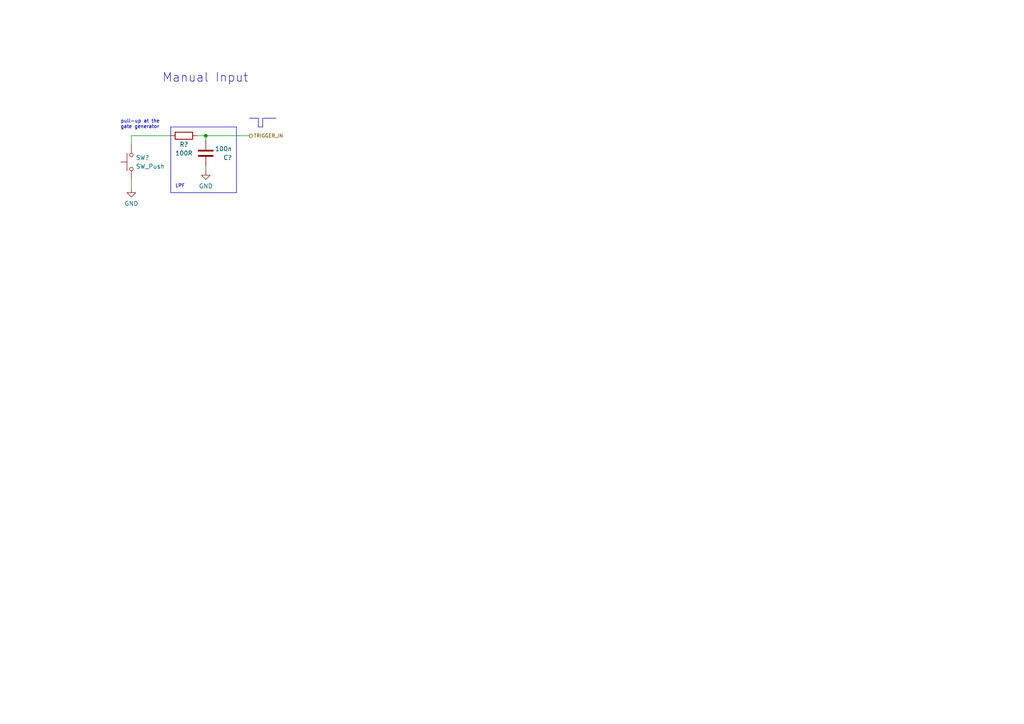
<source format=kicad_sch>
(kicad_sch (version 20230121) (generator eeschema)
  (paper "A4")
  (lib_symbols
    (symbol "Device:C" (pin_numbers hide) (pin_names (offset 0.254))
      (property "Reference" "C" (at 0.635 2.54 0))
      (property "Value" "C" (at 0.635 -2.54 0))
      (symbol "C_0_1"
        (polyline (pts (xy -2.032 -0.762) (xy 2.032 -0.762)) (stroke (width 0.508)))
        (polyline (pts (xy -2.032 0.762) (xy 2.032 0.762)) (stroke (width 0.508)))
      )
      (symbol "C_1_1"
        (pin passive line (at 0 3.81 270) (length 2.794) (name "~") (number "1"))
        (pin passive line (at 0 -3.81 90) (length 2.794) (name "~") (number "2"))
      )
    )
    (symbol "Device:R" (pin_numbers hide) (pin_names (offset 0))
      (property "Reference" "R" (at 2.032 0 90))
      (property "Value" "R" (at 0 0 90))
      (symbol "R_0_1"
        (rectangle (start -1.016 -2.54) (end 1.016 2.54) (stroke (width 0.254)))
      )
      (symbol "R_1_1"
        (pin passive line (at 0 3.81 270) (length 1.27) (name "~") (number "1"))
        (pin passive line (at 0 -3.81 90) (length 1.27) (name "~") (number "2"))
      )
    )
    (symbol "Switch:SW_Push" (pin_numbers hide) (pin_names (offset 1.016) hide)
      (property "Reference" "SW" (at 1.27 2.54 0))
      (property "Value" "SW_Push" (at 0 -1.524 0))
      (symbol "SW_Push_0_1"
        (circle (center -2.032 0) (radius 0.508))
        (polyline (pts (xy 0 1.27) (xy 0 3.048)))
        (polyline (pts (xy 2.54 1.27) (xy -2.54 1.27)))
        (circle (center 2.032 0) (radius 0.508))
        (pin passive line (at -5.08 0 0) (length 2.54) (name "1") (number "1"))
        (pin passive line (at 5.08 0 180) (length 2.54) (name "2") (number "2"))
      )
    )
    (symbol "power:GND" (power) (pin_names (offset 0))
      (property "Value" "GND" (at 0 -3.81 0))
      (symbol "GND_0_1"
        (polyline (pts (xy 0 0) (xy 0 -1.27) (xy 1.27 -1.27) (xy 0 -2.54) (xy -1.27 -1.27) (xy 0 -1.27)))
      )
      (symbol "GND_1_1"
        (pin power_in line (at 0 0 270) (length 0) hide (name "GND") (number "1"))
      )
    )
  )
  (junction (at 59.69 39.37))
  (polyline (pts (xy 68.58 36.83) (xy 68.58 55.88)))
  (wire (pts (xy 38.1 52.07) (xy 38.1 54.61)))
  (polyline (pts (xy 49.53 36.83) (xy 68.58 36.83)))
  (wire (pts (xy 59.69 48.26) (xy 59.69 49.53)))
  (polyline (pts (xy 76.2 36.83) (xy 76.2 34.29)) (stroke (width 0) (type solid)))
  (wire (pts (xy 59.69 39.37) (xy 72.39 39.37)))
  (polyline (pts (xy 76.2 34.29) (xy 80.01 34.29)) (stroke (width 0) (type solid)))
  (wire (pts (xy 59.69 39.37) (xy 59.69 40.64)))
  (polyline (pts (xy 49.53 55.88) (xy 49.53 36.83)))
  (polyline (pts (xy 49.53 55.88) (xy 68.58 55.88)))
  (wire (pts (xy 38.1 39.37) (xy 49.53 39.37)))
  (polyline (pts (xy 72.39 34.29) (xy 74.93 34.29)) (stroke (width 0) (type solid)))
  (wire (pts (xy 38.1 39.37) (xy 38.1 41.91)))
  (polyline (pts (xy 74.93 34.29) (xy 74.93 36.83)) (stroke (width 0) (type solid)))
  (wire (pts (xy 57.15 39.37) (xy 59.69 39.37)))
  (polyline (pts (xy 74.93 36.83) (xy 76.2 36.83)) (stroke (width 0) (type solid)))
  (text "pull-up at the\ngate generator" (at 34.925 37.465 0) (effects (font (size 1 1)) (justify left bottom)))
  (text "LPF" (at 50.8 54.61 0) (effects (font (size 1 1)) (justify left bottom)))
  (text "Manual Input" (at 46.99 24.13 0) (effects (font (size 2.54 2.54)) (justify left bottom)))
  (hierarchical_label "TRIGGER_IN" (shape output) (at 72.39 39.37 0) (effects (font (size 1 1))))
  (symbol (lib_id "Switch:SW_Push") (at 38.1 46.99 90) (unit 1)
    (property "Reference" "SW?" (at 39.37 45.7199 90) (effects (justify right)))
    (property "Value" "SW_Push" (at 39.37 48.2599 90) (effects (justify right)))
    (property "Footprint" "Button_Switch_Keyboard:SW_Cherry_MX_1.00u_PCB" (effects hide))
    (instances (project "manual-gate-trigger-source" (path "" (reference "SW?") (unit 1)) (path "" (reference "SW6") (unit 1)) (path "" (reference "SW7") (unit 1)) (path "" (reference "SW8") (unit 1))))
  )
  (symbol (lib_id "Device:C") (at 59.69 44.45 180) (unit 1)
    (property "Reference" "C?" (at 67.31 45.72 0) (effects (justify left)))
    (property "Value" "100n" (at 67.31 43.18 0) (effects (justify left)))
    (instances (project "manual-gate-trigger-source" (path "" (reference "C?") (unit 1)) (path "" (reference "C32") (unit 1)) (path "" (reference "C33") (unit 1)) (path "" (reference "C34") (unit 1))))
  )
  (symbol (lib_id "Device:R") (at 53.34 39.37 90) (unit 1)
    (property "Reference" "R?" (at 53.34 41.91 90))
    (property "Value" "100R" (at 53.34 44.45 90))
    (instances (project "manual-gate-trigger-source" (path "" (reference "R?") (unit 1)) (path "" (reference "R45") (unit 1)) (path "" (reference "R46") (unit 1)) (path "" (reference "R47") (unit 1))))
  )
  (symbol (lib_id "power:GND") (at 59.69 49.53 0) (unit 1)
    (property "Reference" "#PWR?" (effects hide))
    (property "Value" "GND" (at 59.69 53.9734 0))
    (instances (project "manual-gate-trigger-source" (path "" (reference "#PWR?") (unit 1)) (path "" (reference "#PWR036") (unit 1)) (path "" (reference "#PWR038") (unit 1)) (path "" (reference "#PWR040") (unit 1))))
  )
  (symbol (lib_id "power:GND") (at 38.1 54.61 0) (unit 1)
    (property "Reference" "#PWR?" (effects hide))
    (property "Value" "GND" (at 38.1 59.0534 0))
    (instances (project "manual-gate-trigger-source" (path "" (reference "#PWR?") (unit 1)) (path "" (reference "#PWR035") (unit 1)) (path "" (reference "#PWR037") (unit 1)) (path "" (reference "#PWR039") (unit 1))))
  )
)
</source>
